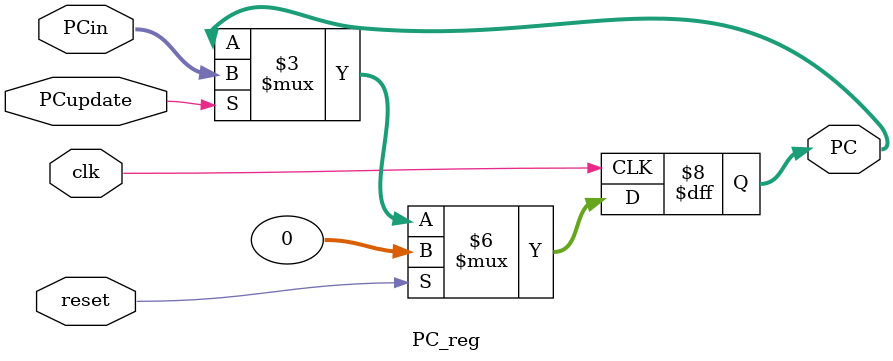
<source format=v>
`timescale 1ns / 1ps
module PC_reg(PC, PCin, PCupdate, reset, clk);
output reg 	[31:0]  	PC;
input  		[31:0]  	PCin;
input 					PCupdate, reset, clk;

initial begin PC = 0;end
always@(posedge clk)
begin
if (reset) begin PC <= 0;end
else if (PCupdate) begin PC <= PCin; end
end

endmodule

</source>
